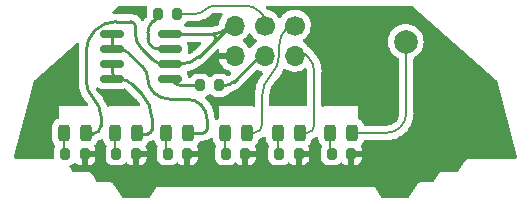
<source format=gbr>
%TF.GenerationSoftware,KiCad,Pcbnew,(6.0.5)*%
%TF.CreationDate,2022-07-13T10:20:42-06:00*%
%TF.ProjectId,modem,6d6f6465-6d2e-46b6-9963-61645f706362,rev?*%
%TF.SameCoordinates,Original*%
%TF.FileFunction,Copper,L2,Bot*%
%TF.FilePolarity,Positive*%
%FSLAX46Y46*%
G04 Gerber Fmt 4.6, Leading zero omitted, Abs format (unit mm)*
G04 Created by KiCad (PCBNEW (6.0.5)) date 2022-07-13 10:20:42*
%MOMM*%
%LPD*%
G01*
G04 APERTURE LIST*
G04 Aperture macros list*
%AMRoundRect*
0 Rectangle with rounded corners*
0 $1 Rounding radius*
0 $2 $3 $4 $5 $6 $7 $8 $9 X,Y pos of 4 corners*
0 Add a 4 corners polygon primitive as box body*
4,1,4,$2,$3,$4,$5,$6,$7,$8,$9,$2,$3,0*
0 Add four circle primitives for the rounded corners*
1,1,$1+$1,$2,$3*
1,1,$1+$1,$4,$5*
1,1,$1+$1,$6,$7*
1,1,$1+$1,$8,$9*
0 Add four rect primitives between the rounded corners*
20,1,$1+$1,$2,$3,$4,$5,0*
20,1,$1+$1,$4,$5,$6,$7,0*
20,1,$1+$1,$6,$7,$8,$9,0*
20,1,$1+$1,$8,$9,$2,$3,0*%
G04 Aperture macros list end*
%TA.AperFunction,SMDPad,CuDef*%
%ADD10RoundRect,0.150000X0.825000X0.150000X-0.825000X0.150000X-0.825000X-0.150000X0.825000X-0.150000X0*%
%TD*%
%TA.AperFunction,SMDPad,CuDef*%
%ADD11RoundRect,0.243750X-0.243750X-0.456250X0.243750X-0.456250X0.243750X0.456250X-0.243750X0.456250X0*%
%TD*%
%TA.AperFunction,ComponentPad*%
%ADD12O,1.700000X1.700000*%
%TD*%
%TA.AperFunction,ComponentPad*%
%ADD13C,1.700000*%
%TD*%
%TA.AperFunction,SMDPad,CuDef*%
%ADD14RoundRect,0.200000X-0.200000X-0.275000X0.200000X-0.275000X0.200000X0.275000X-0.200000X0.275000X0*%
%TD*%
%TA.AperFunction,SMDPad,CuDef*%
%ADD15C,2.000000*%
%TD*%
%TA.AperFunction,SMDPad,CuDef*%
%ADD16RoundRect,0.200000X0.200000X0.275000X-0.200000X0.275000X-0.200000X-0.275000X0.200000X-0.275000X0*%
%TD*%
%TA.AperFunction,ViaPad*%
%ADD17C,0.800000*%
%TD*%
%TA.AperFunction,Conductor*%
%ADD18C,0.254000*%
%TD*%
%TA.AperFunction,Conductor*%
%ADD19C,0.203200*%
%TD*%
G04 APERTURE END LIST*
D10*
%TO.P,Q1,1,S*%
%TO.N,+3V3*%
X143775000Y-53045000D03*
%TO.P,Q1,2,G*%
%TO.N,Net-(Q1-Pad2)*%
X143775000Y-54315000D03*
%TO.P,Q1,3,S*%
%TO.N,+3V3*%
X143775000Y-55585000D03*
%TO.P,Q1,4,G*%
%TO.N,Net-(Q1-Pad4)*%
X143775000Y-56855000D03*
%TO.P,Q1,5,D*%
%TO.N,Net-(D2-Pad2)*%
X138825000Y-56855000D03*
%TO.P,Q1,6,G*%
X138825000Y-55585000D03*
%TO.P,Q1,7,D*%
%TO.N,Net-(D3-Pad2)*%
X138825000Y-54315000D03*
%TO.P,Q1,8,G*%
X138825000Y-53045000D03*
%TD*%
D11*
%TO.P,D6,1,K*%
%TO.N,Net-(D6-Pad1)*%
X157302500Y-61400000D03*
%TO.P,D6,2,A*%
%TO.N,Net-(D6-Pad2)*%
X159177500Y-61400000D03*
%TD*%
%TO.P,D5,1,K*%
%TO.N,Net-(D5-Pad1)*%
X152852500Y-61400000D03*
%TO.P,D5,2,A*%
%TO.N,GPIO2*%
X154727500Y-61400000D03*
%TD*%
%TO.P,D4,1,K*%
%TO.N,Net-(D4-Pad1)*%
X148352500Y-61400000D03*
%TO.P,D4,2,A*%
%TO.N,GPIO1*%
X150227500Y-61400000D03*
%TD*%
%TO.P,D3,1,K*%
%TO.N,Net-(D3-Pad1)*%
X143412500Y-61400000D03*
%TO.P,D3,2,A*%
%TO.N,Net-(D3-Pad2)*%
X145287500Y-61400000D03*
%TD*%
%TO.P,D2,1,K*%
%TO.N,Net-(D2-Pad1)*%
X139082500Y-61400000D03*
%TO.P,D2,2,A*%
%TO.N,Net-(D2-Pad2)*%
X140957500Y-61400000D03*
%TD*%
%TO.P,D1,1,K*%
%TO.N,Net-(D1-Pad1)*%
X134742500Y-61400000D03*
%TO.P,D1,2,A*%
%TO.N,+3V3*%
X136617500Y-61400000D03*
%TD*%
D12*
%TO.P,X1,6,GPIO2*%
%TO.N,GPIO2*%
X154290000Y-54870000D03*
D13*
%TO.P,X1,5,GPIO1*%
%TO.N,GPIO1*%
X154290000Y-52330000D03*
D12*
%TO.P,X1,4,SCL*%
%TO.N,SCL*%
X151750000Y-54870000D03*
D13*
%TO.P,X1,3,SDA*%
%TO.N,SDA*%
X151750000Y-52330000D03*
D12*
%TO.P,X1,2,GND*%
%TO.N,GND*%
X149210000Y-54870000D03*
%TO.P,X1,1,VCC*%
%TO.N,+3V3*%
X149210000Y-52330000D03*
%TD*%
D14*
%TO.P,R2,1*%
%TO.N,Net-(D2-Pad1)*%
X139195000Y-63180000D03*
%TO.P,R2,2*%
%TO.N,GND*%
X140845000Y-63180000D03*
%TD*%
D15*
%TO.P,TP1,1,1*%
%TO.N,Net-(D6-Pad2)*%
X163700000Y-53690000D03*
%TD*%
D14*
%TO.P,R4,1*%
%TO.N,Net-(D4-Pad1)*%
X148465000Y-63180000D03*
%TO.P,R4,2*%
%TO.N,GND*%
X150115000Y-63180000D03*
%TD*%
D16*
%TO.P,R7,1*%
%TO.N,SCL*%
X147925000Y-57390000D03*
%TO.P,R7,2*%
%TO.N,Net-(Q1-Pad4)*%
X146275000Y-57390000D03*
%TD*%
D14*
%TO.P,R3,1*%
%TO.N,Net-(D3-Pad1)*%
X143525000Y-63180000D03*
%TO.P,R3,2*%
%TO.N,GND*%
X145175000Y-63180000D03*
%TD*%
%TO.P,R5,1*%
%TO.N,Net-(D5-Pad1)*%
X152965000Y-63180000D03*
%TO.P,R5,2*%
%TO.N,GND*%
X154615000Y-63180000D03*
%TD*%
D16*
%TO.P,R8,1*%
%TO.N,SDA*%
X144335000Y-51320000D03*
%TO.P,R8,2*%
%TO.N,Net-(Q1-Pad2)*%
X142685000Y-51320000D03*
%TD*%
D14*
%TO.P,R1,1*%
%TO.N,Net-(D1-Pad1)*%
X134855000Y-63180000D03*
%TO.P,R1,2*%
%TO.N,GND*%
X136505000Y-63180000D03*
%TD*%
%TO.P,R6,1*%
%TO.N,Net-(D6-Pad1)*%
X157415000Y-63180000D03*
%TO.P,R6,2*%
%TO.N,GND*%
X159065000Y-63180000D03*
%TD*%
D17*
%TO.N,GND*%
X156500000Y-53190000D03*
%TD*%
D18*
%TO.N,+3V3*%
X149210000Y-51970000D02*
X149180000Y-51940000D01*
X149210000Y-52330000D02*
X149210000Y-51970000D01*
%TO.N,SCL*%
X151720000Y-54840000D02*
X151720000Y-54480000D01*
X151750000Y-54870000D02*
X151720000Y-54840000D01*
%TO.N,GPIO2*%
X154260000Y-54840000D02*
X154260000Y-54480000D01*
X154290000Y-54870000D02*
X154260000Y-54840000D01*
%TO.N,GPIO1*%
X154192322Y-52232322D02*
X154192322Y-51957677D01*
X154290000Y-52330000D02*
X154192322Y-52232322D01*
%TO.N,SDA*%
X151720000Y-52300000D02*
X151720000Y-51940000D01*
X151750000Y-52330000D02*
X151720000Y-52300000D01*
%TO.N,Net-(Q1-Pad4)*%
X144688302Y-57389999D02*
G75*
G02*
X144042500Y-57122500I-2J913299D01*
G01*
D19*
%TO.N,Net-(D3-Pad1)*%
X143468735Y-63123765D02*
G75*
G02*
X143412500Y-62987950I135765J135765D01*
G01*
D18*
%TO.N,Net-(D3-Pad2)*%
X139370000Y-54310008D02*
G75*
G02*
X140291836Y-54691838I0J-1303692D01*
G01*
X143669533Y-58549986D02*
G75*
G02*
X142390000Y-58020000I-33J1809486D01*
G01*
X138827561Y-54312561D02*
G75*
G02*
X138825000Y-54311464I-1061J1061D01*
G01*
X142294879Y-57924861D02*
G75*
G02*
X141860000Y-56875000I1049821J1049861D01*
G01*
X146869985Y-60240035D02*
G75*
G03*
X146375000Y-59045000I-1689985J35D01*
G01*
X138827490Y-54312490D02*
G75*
G02*
X138833535Y-54310000I6010J-6010D01*
G01*
X145179964Y-58550015D02*
G75*
G02*
X146375000Y-59045000I36J-1689985D01*
G01*
X145321642Y-61419982D02*
G75*
G02*
X145297500Y-61410000I-42J34082D01*
G01*
X146779994Y-61329994D02*
G75*
G03*
X146870000Y-61112720I-217294J217294D01*
G01*
X141860012Y-56875000D02*
G75*
G03*
X141425129Y-55825129I-1484712J0D01*
G01*
X146562720Y-61420008D02*
G75*
G03*
X146780000Y-61330000I-20J307308D01*
G01*
D19*
%TO.N,Net-(D5-Pad1)*%
X152908735Y-63123765D02*
G75*
G02*
X152852500Y-62987950I135765J135765D01*
G01*
%TO.N,Net-(D4-Pad1)*%
X148408735Y-63123765D02*
G75*
G02*
X148352500Y-62987950I135765J135765D01*
G01*
%TO.N,Net-(D1-Pad1)*%
X134798735Y-63123765D02*
G75*
G02*
X134742500Y-62987950I135765J135765D01*
G01*
%TO.N,Net-(D6-Pad1)*%
X157358735Y-63123765D02*
G75*
G02*
X157302500Y-62987950I135765J135765D01*
G01*
%TO.N,Net-(D2-Pad1)*%
X139138735Y-63123765D02*
G75*
G02*
X139082500Y-62987950I135765J135765D01*
G01*
%TO.N,GPIO1*%
X152970004Y-54056812D02*
G75*
G02*
X153589999Y-52559999I2116796J12D01*
G01*
X150857157Y-61399953D02*
G75*
G03*
X151340000Y-61200000I43J682853D01*
G01*
X151539985Y-58271162D02*
G75*
G02*
X152255000Y-56545000I2441215J-38D01*
G01*
X154192313Y-51957668D02*
G75*
G02*
X154235000Y-51940000I42687J-42732D01*
G01*
X151340033Y-61200033D02*
G75*
G03*
X151540000Y-60717157I-482933J482833D01*
G01*
X152254989Y-56544989D02*
G75*
G03*
X152970000Y-54818837I-1726189J1726189D01*
G01*
%TO.N,SDA*%
X150132390Y-50640004D02*
G75*
G02*
X151255000Y-51105000I10J-1587596D01*
G01*
X146699990Y-50979990D02*
G75*
G02*
X147520832Y-50640000I820810J-820810D01*
G01*
X151720008Y-51755000D02*
G75*
G03*
X151589185Y-51439185I-446608J0D01*
G01*
X145879167Y-51319986D02*
G75*
G03*
X146700000Y-50980000I33J1160786D01*
G01*
D18*
%TO.N,SCL*%
X148367500Y-57389996D02*
G75*
G03*
X149122894Y-57077105I0J1068296D01*
G01*
%TO.N,Net-(Q1-Pad2)*%
X141859984Y-52943363D02*
G75*
G02*
X142272499Y-51947499I1408416J-37D01*
G01*
X142756231Y-54314987D02*
G75*
G02*
X142122500Y-54052500I-31J896187D01*
G01*
X142122491Y-54052509D02*
G75*
G02*
X141860000Y-53418768I633709J633709D01*
G01*
X142608981Y-51611008D02*
G75*
G03*
X142685000Y-51427500I-183481J183508D01*
G01*
D19*
%TO.N,Net-(D6-Pad2)*%
X162084106Y-61400002D02*
G75*
G03*
X163255000Y-60915000I-6J1655902D01*
G01*
X163740006Y-53758284D02*
G75*
G03*
X163720000Y-53710000I-68306J-16D01*
G01*
X163254998Y-60914998D02*
G75*
G03*
X163740000Y-59744106I-1170898J1170898D01*
G01*
%TO.N,GPIO2*%
X154595000Y-54480012D02*
G75*
G02*
X155166879Y-54716881I0J-808788D01*
G01*
X155949979Y-56221248D02*
G75*
G03*
X155439999Y-54990001I-1741179J48D01*
G01*
X155335441Y-61400017D02*
G75*
G03*
X155770000Y-61220000I-41J614617D01*
G01*
X155769988Y-61219988D02*
G75*
G03*
X155950000Y-60785441I-434588J434588D01*
G01*
D18*
%TO.N,+3V3*%
X136754068Y-61480013D02*
G75*
G02*
X136657500Y-61440000I32J136613D01*
G01*
X137869994Y-59976812D02*
G75*
G03*
X137249999Y-58480001I-2116794J12D01*
G01*
X140799985Y-52372634D02*
G75*
G03*
X140685000Y-52095000I-392585J34D01*
G01*
X137204228Y-61480011D02*
G75*
G03*
X137674999Y-61284999I-28J665811D01*
G01*
X137249996Y-58480004D02*
G75*
G02*
X136630000Y-56983187I1496804J1496804D01*
G01*
X137674992Y-61284992D02*
G75*
G03*
X137870000Y-60814228I-470792J470792D01*
G01*
X136629955Y-54540660D02*
G75*
G02*
X137380001Y-52730001I2560645J-40D01*
G01*
X143200000Y-55584992D02*
G75*
G02*
X142218413Y-55178413I0J1388192D01*
G01*
X140407365Y-51980015D02*
G75*
G02*
X140685000Y-52095000I35J-392585D01*
G01*
X137380032Y-52730032D02*
G75*
G02*
X139190660Y-51980000I1810668J-1810568D01*
G01*
X148627486Y-52492486D02*
G75*
G02*
X147293647Y-53045000I-1333886J1333886D01*
G01*
X147293647Y-53044888D02*
G75*
G02*
X147522499Y-53597499I-47J-323712D01*
G01*
X144655000Y-55585001D02*
G75*
G03*
X146157253Y-54962746I0J2124501D01*
G01*
X141348010Y-54308004D02*
G75*
G02*
X140800000Y-52985000I1322990J1323004D01*
G01*
X144350000Y-55585000D02*
X143200000Y-55585000D01*
X148627500Y-52492500D02*
X147522499Y-53597499D01*
%TO.N,Net-(D2-Pad2)*%
X139455000Y-56855000D02*
G75*
G02*
X138825000Y-56225000I0J630000D01*
G01*
X142094985Y-61374985D02*
G75*
G03*
X142190000Y-61145649I-229385J229385D01*
G01*
X141865649Y-61470020D02*
G75*
G03*
X142095000Y-61375000I-49J324420D01*
G01*
X139455000Y-56854985D02*
G75*
G02*
X140530476Y-57300478I0J-1520915D01*
G01*
X142189996Y-60120000D02*
G75*
G03*
X141369756Y-58139756I-2800496J0D01*
G01*
X141076997Y-61470001D02*
G75*
G02*
X140992500Y-61435000I3J119501D01*
G01*
%TO.N,Net-(D3-Pad2)*%
X138825000Y-54311464D02*
X138825000Y-53045000D01*
%TO.N,Net-(D2-Pad2)*%
X138825000Y-56225000D02*
X138825000Y-55585000D01*
%TO.N,+3V3*%
X136657500Y-61440000D02*
X136617500Y-61400000D01*
X136754068Y-61480000D02*
X137204228Y-61480000D01*
X137870000Y-59976812D02*
X137870000Y-60814228D01*
X136630000Y-56983187D02*
X136630000Y-54540660D01*
X140407365Y-51980000D02*
X139190660Y-51980000D01*
X140800000Y-52372634D02*
X140800000Y-52985000D01*
X142218413Y-55178413D02*
X141348007Y-54308007D01*
%TO.N,Net-(D3-Pad2)*%
X145297500Y-61410000D02*
X145287500Y-61400000D01*
X145321642Y-61420000D02*
X146562720Y-61420000D01*
X146870000Y-60240035D02*
X146870000Y-61112720D01*
X143669533Y-58550000D02*
X145179964Y-58550000D01*
X142390000Y-58020000D02*
X142294870Y-57924870D01*
X140291837Y-54691837D02*
X141425129Y-55825129D01*
X139370000Y-54310000D02*
X138833535Y-54310000D01*
%TO.N,Net-(D2-Pad2)*%
X140992500Y-61435000D02*
X140957500Y-61400000D01*
X142190000Y-61145649D02*
X142190000Y-60120000D01*
X141865649Y-61470000D02*
X141076997Y-61470000D01*
X140530477Y-57300477D02*
X141369756Y-58139756D01*
%TO.N,+3V3*%
X144350000Y-55585000D02*
X144655000Y-55585000D01*
X147522499Y-53597499D02*
X146157253Y-54962746D01*
X148627500Y-52492500D02*
X149180000Y-51940000D01*
X147293647Y-53045000D02*
X143775000Y-53045000D01*
%TO.N,SCL*%
X149122894Y-57077105D02*
X151720000Y-54480000D01*
X148367500Y-57390000D02*
X147925000Y-57390000D01*
%TO.N,Net-(Q1-Pad4)*%
X144042500Y-57122500D02*
X143775000Y-56855000D01*
X144688302Y-57390000D02*
X146275000Y-57390000D01*
%TO.N,Net-(Q1-Pad2)*%
X142756231Y-54315000D02*
X143775000Y-54315000D01*
X141860000Y-52943363D02*
X141860000Y-53418768D01*
X142272499Y-51947499D02*
X142608986Y-51611013D01*
X142685000Y-51427500D02*
X142685000Y-51320000D01*
D19*
%TO.N,SDA*%
X145879167Y-51320000D02*
X144335000Y-51320000D01*
X150132390Y-50640000D02*
X147520832Y-50640000D01*
X151255000Y-51105000D02*
X151589185Y-51439185D01*
X151720000Y-51755000D02*
X151720000Y-51940000D01*
%TO.N,GPIO1*%
X154235000Y-51940000D02*
X154260000Y-51940000D01*
X153589999Y-52559999D02*
X154192322Y-51957677D01*
X152970000Y-54056812D02*
X152970000Y-54818837D01*
X151540000Y-58271162D02*
X151540000Y-60717157D01*
X150857157Y-61400000D02*
X150227500Y-61400000D01*
%TO.N,GPIO2*%
X154595000Y-54480000D02*
X154260000Y-54480000D01*
X155166880Y-54716880D02*
X155440000Y-54990000D01*
X155950000Y-56221248D02*
X155950000Y-60785441D01*
X155335441Y-61400000D02*
X154727500Y-61400000D01*
%TO.N,Net-(D6-Pad2)*%
X163720000Y-53710000D02*
X163700000Y-53690000D01*
X163740000Y-53758284D02*
X163740000Y-59744106D01*
X162084106Y-61400000D02*
X159177500Y-61400000D01*
%TO.N,Net-(D1-Pad1)*%
X134742500Y-62987950D02*
X134742500Y-61400000D01*
X134798750Y-63123750D02*
X134855000Y-63180000D01*
%TO.N,Net-(D2-Pad1)*%
X139082500Y-62987950D02*
X139082500Y-61400000D01*
X139138750Y-63123750D02*
X139195000Y-63180000D01*
%TO.N,Net-(D3-Pad1)*%
X143468750Y-63123750D02*
X143525000Y-63180000D01*
X143412500Y-62987950D02*
X143412500Y-61400000D01*
%TO.N,Net-(D4-Pad1)*%
X148352500Y-62987950D02*
X148352500Y-61400000D01*
X148408750Y-63123750D02*
X148465000Y-63180000D01*
%TO.N,Net-(D5-Pad1)*%
X152908750Y-63123750D02*
X152965000Y-63180000D01*
X152852500Y-62987950D02*
X152852500Y-61400000D01*
%TO.N,Net-(D6-Pad1)*%
X157358750Y-63123750D02*
X157415000Y-63180000D01*
X157302500Y-62987950D02*
X157302500Y-61400000D01*
%TD*%
%TA.AperFunction,Conductor*%
%TO.N,GND*%
G36*
X164204569Y-50678502D02*
G01*
X164219138Y-50689430D01*
X171359717Y-56900209D01*
X171398920Y-56963370D01*
X173091867Y-63430371D01*
X173089768Y-63501336D01*
X173049636Y-63559902D01*
X172984211Y-63587473D01*
X172969974Y-63588280D01*
X169137379Y-63588280D01*
X169135048Y-63588258D01*
X169074909Y-63587145D01*
X169074908Y-63587145D01*
X169065933Y-63586979D01*
X169033602Y-63595788D01*
X169018340Y-63598948D01*
X168994042Y-63602427D01*
X168994039Y-63602428D01*
X168985156Y-63603700D01*
X168965382Y-63612691D01*
X168946352Y-63619559D01*
X168934061Y-63622908D01*
X168925399Y-63625268D01*
X168896828Y-63642804D01*
X168883086Y-63650110D01*
X168852561Y-63663988D01*
X168845763Y-63669845D01*
X168845762Y-63669846D01*
X168836110Y-63678163D01*
X168819771Y-63690097D01*
X168808908Y-63696764D01*
X168808905Y-63696767D01*
X168801258Y-63701460D01*
X168795235Y-63708112D01*
X168778760Y-63726307D01*
X168767607Y-63737189D01*
X168742216Y-63759067D01*
X168737333Y-63766601D01*
X168700235Y-63823836D01*
X168699833Y-63824453D01*
X168219125Y-64555985D01*
X168159998Y-64645963D01*
X168105872Y-64691908D01*
X168054698Y-64702768D01*
X166939221Y-64702768D01*
X166936430Y-64702587D01*
X166933699Y-64701827D01*
X166926188Y-64701924D01*
X166926183Y-64701924D01*
X166861918Y-64702757D01*
X166860286Y-64702768D01*
X166830952Y-64702768D01*
X166828497Y-64703120D01*
X166826075Y-64703221D01*
X166788053Y-64703714D01*
X166765589Y-64710600D01*
X166746530Y-64714858D01*
X166743240Y-64715329D01*
X166723278Y-64718188D01*
X166715112Y-64721901D01*
X166715108Y-64721902D01*
X166694371Y-64731331D01*
X166679149Y-64737097D01*
X166657374Y-64743772D01*
X166657373Y-64743773D01*
X166648792Y-64746403D01*
X166641294Y-64751336D01*
X166641290Y-64751338D01*
X166629167Y-64759314D01*
X166612070Y-64768751D01*
X166598855Y-64774760D01*
X166598853Y-64774761D01*
X166590683Y-64778476D01*
X166566621Y-64799209D01*
X166553637Y-64809009D01*
X166534613Y-64821525D01*
X166534609Y-64821528D01*
X166527109Y-64826463D01*
X166521293Y-64833307D01*
X166521292Y-64833308D01*
X166511901Y-64844359D01*
X166498135Y-64858220D01*
X166487137Y-64867696D01*
X166487135Y-64867699D01*
X166480338Y-64873555D01*
X166461448Y-64902699D01*
X166457779Y-64908048D01*
X166454636Y-64911746D01*
X166452094Y-64915893D01*
X166452091Y-64915897D01*
X166438937Y-64937355D01*
X166437263Y-64940010D01*
X166401113Y-64995783D01*
X166399584Y-65000894D01*
X166396796Y-65006104D01*
X166097996Y-65493556D01*
X166045342Y-65541181D01*
X165990572Y-65553707D01*
X165091682Y-65553707D01*
X165091070Y-65553706D01*
X165091054Y-65553706D01*
X165011340Y-65553319D01*
X164999222Y-65556799D01*
X164983308Y-65561369D01*
X164966395Y-65564990D01*
X164946406Y-65567853D01*
X164946403Y-65567854D01*
X164937513Y-65569127D01*
X164929342Y-65572842D01*
X164929339Y-65572843D01*
X164913777Y-65579919D01*
X164896404Y-65586323D01*
X164879975Y-65591041D01*
X164879971Y-65591043D01*
X164871341Y-65593521D01*
X164863752Y-65598323D01*
X164846695Y-65609115D01*
X164831479Y-65617338D01*
X164813092Y-65625698D01*
X164813089Y-65625700D01*
X164804918Y-65629415D01*
X164785162Y-65646437D01*
X164770293Y-65657455D01*
X164761724Y-65662877D01*
X164748252Y-65671401D01*
X164728969Y-65693290D01*
X164716678Y-65705447D01*
X164694573Y-65724494D01*
X164689693Y-65732023D01*
X164675779Y-65753489D01*
X164675175Y-65754353D01*
X164674271Y-65755380D01*
X164657246Y-65782076D01*
X164656744Y-65782855D01*
X164617875Y-65842823D01*
X164615348Y-65846722D01*
X164614871Y-65848317D01*
X164614102Y-65849724D01*
X163972167Y-66856271D01*
X163918673Y-66902950D01*
X163865933Y-66914519D01*
X161739006Y-66914519D01*
X161670885Y-66894517D01*
X161631593Y-66854385D01*
X161120000Y-66020000D01*
X150524022Y-66025697D01*
X142538117Y-66029990D01*
X142538116Y-66029990D01*
X142520000Y-66030000D01*
X142512590Y-66041997D01*
X142010607Y-66854731D01*
X141957792Y-66902177D01*
X141903406Y-66914519D01*
X139737676Y-66914519D01*
X139669555Y-66894517D01*
X139631442Y-66856271D01*
X138955937Y-65797086D01*
X138955609Y-65796570D01*
X138913133Y-65729249D01*
X138900152Y-65717784D01*
X138891271Y-65709941D01*
X138879123Y-65697628D01*
X138865962Y-65682315D01*
X138865961Y-65682315D01*
X138860108Y-65675504D01*
X138852582Y-65670612D01*
X138852579Y-65670610D01*
X138838243Y-65661293D01*
X138823499Y-65650087D01*
X138810686Y-65638771D01*
X138803958Y-65632829D01*
X138777550Y-65620431D01*
X138762436Y-65612023D01*
X138745506Y-65601019D01*
X138745505Y-65601019D01*
X138737979Y-65596127D01*
X138729384Y-65593545D01*
X138729380Y-65593543D01*
X138713011Y-65588625D01*
X138695719Y-65582010D01*
X138680233Y-65574740D01*
X138680231Y-65574739D01*
X138672109Y-65570926D01*
X138663243Y-65569545D01*
X138663238Y-65569544D01*
X138643281Y-65566436D01*
X138626418Y-65562609D01*
X138607079Y-65556799D01*
X138607072Y-65556798D01*
X138598481Y-65554217D01*
X138563929Y-65553962D01*
X138562875Y-65553917D01*
X138561523Y-65553707D01*
X138529838Y-65553707D01*
X138528909Y-65553704D01*
X138457468Y-65553177D01*
X138457465Y-65553177D01*
X138452827Y-65553143D01*
X138451225Y-65553599D01*
X138449622Y-65553707D01*
X137613065Y-65553707D01*
X137544944Y-65533705D01*
X137505635Y-65493546D01*
X137483036Y-65456670D01*
X137205823Y-65004338D01*
X137204534Y-65001893D01*
X137203764Y-64999198D01*
X137165451Y-64938442D01*
X137164601Y-64937075D01*
X137151585Y-64915838D01*
X137151583Y-64915836D01*
X137149243Y-64912017D01*
X137147680Y-64910132D01*
X137146339Y-64908136D01*
X137142897Y-64902678D01*
X137126069Y-64875992D01*
X137108428Y-64860405D01*
X137094852Y-64846392D01*
X137085560Y-64835180D01*
X137079833Y-64828270D01*
X137072396Y-64823245D01*
X137072392Y-64823241D01*
X137053558Y-64810514D01*
X137040675Y-64800537D01*
X137023645Y-64785489D01*
X137023637Y-64785484D01*
X137016917Y-64779546D01*
X136995615Y-64769538D01*
X136978653Y-64759901D01*
X136959145Y-64746719D01*
X136928948Y-64737054D01*
X136913778Y-64731092D01*
X136885083Y-64717611D01*
X136876211Y-64716227D01*
X136876209Y-64716227D01*
X136861836Y-64713986D01*
X136842840Y-64709494D01*
X136828968Y-64705054D01*
X136820420Y-64702318D01*
X136811449Y-64702091D01*
X136811448Y-64702091D01*
X136785702Y-64701440D01*
X136779263Y-64701108D01*
X136774501Y-64700366D01*
X136760432Y-64700362D01*
X136744485Y-64700358D01*
X136741336Y-64700318D01*
X136707165Y-64699455D01*
X136674808Y-64698637D01*
X136669682Y-64699996D01*
X136663818Y-64700339D01*
X136397539Y-64700275D01*
X135549040Y-64700071D01*
X135480924Y-64680053D01*
X135443782Y-64643285D01*
X135226103Y-64312152D01*
X135205398Y-64244241D01*
X135224694Y-64175917D01*
X135277866Y-64128872D01*
X135293712Y-64122704D01*
X135341450Y-64107744D01*
X135341452Y-64107743D01*
X135348699Y-64105472D01*
X135495381Y-64016639D01*
X135591259Y-63920761D01*
X135653571Y-63886735D01*
X135724386Y-63891800D01*
X135769449Y-63920761D01*
X135859557Y-64010869D01*
X135871426Y-64020176D01*
X136005012Y-64101079D01*
X136018757Y-64107285D01*
X136168644Y-64154256D01*
X136181694Y-64156869D01*
X136236586Y-64161913D01*
X136248124Y-64158525D01*
X136249329Y-64157135D01*
X136251000Y-64149452D01*
X136251000Y-64144884D01*
X136759000Y-64144884D01*
X136763475Y-64160123D01*
X136764865Y-64161328D01*
X136769294Y-64162291D01*
X136828315Y-64156868D01*
X136841351Y-64154257D01*
X136991243Y-64107285D01*
X137004988Y-64101079D01*
X137138574Y-64020176D01*
X137150443Y-64010869D01*
X137260869Y-63900443D01*
X137270176Y-63888574D01*
X137351079Y-63754988D01*
X137357285Y-63741243D01*
X137404256Y-63591356D01*
X137406869Y-63578306D01*
X137412734Y-63514479D01*
X137413000Y-63508691D01*
X137413000Y-63452115D01*
X137408525Y-63436876D01*
X137407135Y-63435671D01*
X137399452Y-63434000D01*
X136777115Y-63434000D01*
X136761876Y-63438475D01*
X136760671Y-63439865D01*
X136759000Y-63447548D01*
X136759000Y-64144884D01*
X136251000Y-64144884D01*
X136251000Y-63052000D01*
X136271002Y-62983879D01*
X136324658Y-62937386D01*
X136377000Y-62926000D01*
X137394884Y-62926000D01*
X137410123Y-62921525D01*
X137411328Y-62920135D01*
X137412999Y-62912452D01*
X137412999Y-62851295D01*
X137412736Y-62845546D01*
X137406868Y-62781685D01*
X137404257Y-62768649D01*
X137357285Y-62618757D01*
X137351080Y-62605015D01*
X137336384Y-62580749D01*
X137318205Y-62512119D01*
X137340015Y-62444556D01*
X137354987Y-62426459D01*
X137450446Y-62330833D01*
X137455617Y-62325653D01*
X137459458Y-62319422D01*
X137543821Y-62182559D01*
X137543822Y-62182558D01*
X137547661Y-62176329D01*
X137566382Y-62119887D01*
X137606813Y-62061527D01*
X137637754Y-62043147D01*
X137707914Y-62014084D01*
X137796829Y-61977252D01*
X137801048Y-61974667D01*
X137801053Y-61974664D01*
X137905590Y-61910603D01*
X137974123Y-61892064D01*
X138041800Y-61913520D01*
X138087133Y-61968159D01*
X138094818Y-61997622D01*
X138095218Y-61997536D01*
X138096673Y-62004273D01*
X138097384Y-62011129D01*
X138099563Y-62017660D01*
X138099564Y-62017665D01*
X138132866Y-62117482D01*
X138152898Y-62177526D01*
X138245203Y-62326689D01*
X138250385Y-62331862D01*
X138344544Y-62425857D01*
X138378623Y-62488139D01*
X138373620Y-62558960D01*
X138363302Y-62580301D01*
X138344528Y-62611301D01*
X138293247Y-62774938D01*
X138286500Y-62848365D01*
X138286501Y-63511634D01*
X138286764Y-63514492D01*
X138286764Y-63514501D01*
X138288225Y-63530401D01*
X138293247Y-63585062D01*
X138295246Y-63591440D01*
X138295246Y-63591441D01*
X138339325Y-63732095D01*
X138344528Y-63748699D01*
X138433361Y-63895381D01*
X138554619Y-64016639D01*
X138701301Y-64105472D01*
X138708548Y-64107743D01*
X138708550Y-64107744D01*
X138756288Y-64122704D01*
X138864938Y-64156753D01*
X138938365Y-64163500D01*
X138941263Y-64163500D01*
X139195665Y-64163499D01*
X139451634Y-64163499D01*
X139454492Y-64163236D01*
X139454501Y-64163236D01*
X139490004Y-64159974D01*
X139525062Y-64156753D01*
X139534871Y-64153679D01*
X139681450Y-64107744D01*
X139681452Y-64107743D01*
X139688699Y-64105472D01*
X139835381Y-64016639D01*
X139931259Y-63920761D01*
X139993571Y-63886735D01*
X140064386Y-63891800D01*
X140109449Y-63920761D01*
X140199557Y-64010869D01*
X140211426Y-64020176D01*
X140345012Y-64101079D01*
X140358757Y-64107285D01*
X140508644Y-64154256D01*
X140521694Y-64156869D01*
X140576586Y-64161913D01*
X140588124Y-64158525D01*
X140589329Y-64157135D01*
X140591000Y-64149452D01*
X140591000Y-64144884D01*
X141099000Y-64144884D01*
X141103475Y-64160123D01*
X141104865Y-64161328D01*
X141109294Y-64162291D01*
X141168315Y-64156868D01*
X141181351Y-64154257D01*
X141331243Y-64107285D01*
X141344988Y-64101079D01*
X141478574Y-64020176D01*
X141490443Y-64010869D01*
X141600869Y-63900443D01*
X141610176Y-63888574D01*
X141691079Y-63754988D01*
X141697285Y-63741243D01*
X141744256Y-63591356D01*
X141746869Y-63578306D01*
X141752734Y-63514479D01*
X141753000Y-63508691D01*
X141753000Y-63452115D01*
X141748525Y-63436876D01*
X141747135Y-63435671D01*
X141739452Y-63434000D01*
X141117115Y-63434000D01*
X141101876Y-63438475D01*
X141100671Y-63439865D01*
X141099000Y-63447548D01*
X141099000Y-64144884D01*
X140591000Y-64144884D01*
X140591000Y-63052000D01*
X140611002Y-62983879D01*
X140664658Y-62937386D01*
X140717000Y-62926000D01*
X141734884Y-62926000D01*
X141750123Y-62921525D01*
X141751328Y-62920135D01*
X141752999Y-62912452D01*
X141752999Y-62851295D01*
X141752736Y-62845546D01*
X141746868Y-62781685D01*
X141744257Y-62768649D01*
X141697285Y-62618757D01*
X141691080Y-62605015D01*
X141676384Y-62580749D01*
X141658205Y-62512119D01*
X141680015Y-62444556D01*
X141694987Y-62426459D01*
X141790446Y-62330833D01*
X141795617Y-62325653D01*
X141799458Y-62319422D01*
X141883821Y-62182559D01*
X141883822Y-62182558D01*
X141887661Y-62176329D01*
X141889618Y-62170428D01*
X141936236Y-62117482D01*
X141993611Y-62098407D01*
X142016344Y-62096615D01*
X142163232Y-62061334D01*
X142226710Y-62035035D01*
X142285073Y-62010855D01*
X142355662Y-62003260D01*
X142419152Y-62035035D01*
X142452823Y-62087383D01*
X142480578Y-62170573D01*
X142482898Y-62177526D01*
X142575203Y-62326689D01*
X142580385Y-62331862D01*
X142674544Y-62425857D01*
X142708623Y-62488139D01*
X142703620Y-62558960D01*
X142693302Y-62580301D01*
X142674528Y-62611301D01*
X142623247Y-62774938D01*
X142616500Y-62848365D01*
X142616501Y-63511634D01*
X142616764Y-63514492D01*
X142616764Y-63514501D01*
X142618225Y-63530401D01*
X142623247Y-63585062D01*
X142625246Y-63591440D01*
X142625246Y-63591441D01*
X142669325Y-63732095D01*
X142674528Y-63748699D01*
X142763361Y-63895381D01*
X142884619Y-64016639D01*
X143031301Y-64105472D01*
X143038548Y-64107743D01*
X143038550Y-64107744D01*
X143086288Y-64122704D01*
X143194938Y-64156753D01*
X143268365Y-64163500D01*
X143271263Y-64163500D01*
X143525665Y-64163499D01*
X143781634Y-64163499D01*
X143784492Y-64163236D01*
X143784501Y-64163236D01*
X143820004Y-64159974D01*
X143855062Y-64156753D01*
X143864871Y-64153679D01*
X144011450Y-64107744D01*
X144011452Y-64107743D01*
X144018699Y-64105472D01*
X144165381Y-64016639D01*
X144261259Y-63920761D01*
X144323571Y-63886735D01*
X144394386Y-63891800D01*
X144439449Y-63920761D01*
X144529557Y-64010869D01*
X144541426Y-64020176D01*
X144675012Y-64101079D01*
X144688757Y-64107285D01*
X144838644Y-64154256D01*
X144851694Y-64156869D01*
X144906586Y-64161913D01*
X144918124Y-64158525D01*
X144919329Y-64157135D01*
X144921000Y-64149452D01*
X144921000Y-64144884D01*
X145429000Y-64144884D01*
X145433475Y-64160123D01*
X145434865Y-64161328D01*
X145439294Y-64162291D01*
X145498315Y-64156868D01*
X145511351Y-64154257D01*
X145661243Y-64107285D01*
X145674988Y-64101079D01*
X145808574Y-64020176D01*
X145820443Y-64010869D01*
X145930869Y-63900443D01*
X145940176Y-63888574D01*
X146021079Y-63754988D01*
X146027285Y-63741243D01*
X146074256Y-63591356D01*
X146076869Y-63578306D01*
X146082734Y-63514479D01*
X146083000Y-63508691D01*
X146083000Y-63452115D01*
X146078525Y-63436876D01*
X146077135Y-63435671D01*
X146069452Y-63434000D01*
X145447115Y-63434000D01*
X145431876Y-63438475D01*
X145430671Y-63439865D01*
X145429000Y-63447548D01*
X145429000Y-64144884D01*
X144921000Y-64144884D01*
X144921000Y-63052000D01*
X144941002Y-62983879D01*
X144994658Y-62937386D01*
X145047000Y-62926000D01*
X146064884Y-62926000D01*
X146080123Y-62921525D01*
X146081328Y-62920135D01*
X146082999Y-62912452D01*
X146082999Y-62851295D01*
X146082736Y-62845546D01*
X146076868Y-62781685D01*
X146074257Y-62768649D01*
X146027285Y-62618757D01*
X146021080Y-62605015D01*
X146006384Y-62580749D01*
X145988205Y-62512119D01*
X146010015Y-62444556D01*
X146024987Y-62426459D01*
X146120446Y-62330833D01*
X146125617Y-62325653D01*
X146129458Y-62319422D01*
X146213821Y-62182559D01*
X146213822Y-62182558D01*
X146217661Y-62176329D01*
X146229103Y-62141832D01*
X146269534Y-62083472D01*
X146335098Y-62056236D01*
X146348696Y-62055500D01*
X146508601Y-62055500D01*
X146526346Y-62056756D01*
X146535574Y-62058069D01*
X146549355Y-62060029D01*
X146553482Y-62060072D01*
X146553485Y-62060072D01*
X146555447Y-62060092D01*
X146562762Y-62060168D01*
X146595239Y-62056236D01*
X146600493Y-62055600D01*
X146601581Y-62055500D01*
X146602703Y-62055500D01*
X146605708Y-62055121D01*
X146607728Y-62054935D01*
X146607959Y-62054920D01*
X146610326Y-62054678D01*
X146649857Y-62051564D01*
X146710692Y-62046772D01*
X146854980Y-62012125D01*
X146939162Y-61977252D01*
X146987495Y-61957230D01*
X146987499Y-61957228D01*
X146992071Y-61955334D01*
X146996285Y-61952751D01*
X146996290Y-61952749D01*
X147114376Y-61880383D01*
X147114379Y-61880381D01*
X147118592Y-61877799D01*
X147152023Y-61849246D01*
X147216810Y-61820215D01*
X147287010Y-61830819D01*
X147340333Y-61877693D01*
X147359180Y-61932054D01*
X147361968Y-61958929D01*
X147367384Y-62011129D01*
X147369563Y-62017660D01*
X147369564Y-62017665D01*
X147402866Y-62117482D01*
X147422898Y-62177526D01*
X147515203Y-62326689D01*
X147520385Y-62331862D01*
X147614544Y-62425857D01*
X147648623Y-62488139D01*
X147643620Y-62558960D01*
X147633302Y-62580301D01*
X147614528Y-62611301D01*
X147563247Y-62774938D01*
X147556500Y-62848365D01*
X147556501Y-63511634D01*
X147556764Y-63514492D01*
X147556764Y-63514501D01*
X147558225Y-63530401D01*
X147563247Y-63585062D01*
X147565246Y-63591440D01*
X147565246Y-63591441D01*
X147609325Y-63732095D01*
X147614528Y-63748699D01*
X147703361Y-63895381D01*
X147824619Y-64016639D01*
X147971301Y-64105472D01*
X147978548Y-64107743D01*
X147978550Y-64107744D01*
X148026288Y-64122704D01*
X148134938Y-64156753D01*
X148208365Y-64163500D01*
X148211263Y-64163500D01*
X148465665Y-64163499D01*
X148721634Y-64163499D01*
X148724492Y-64163236D01*
X148724501Y-64163236D01*
X148760004Y-64159974D01*
X148795062Y-64156753D01*
X148804871Y-64153679D01*
X148951450Y-64107744D01*
X148951452Y-64107743D01*
X148958699Y-64105472D01*
X149105381Y-64016639D01*
X149201259Y-63920761D01*
X149263571Y-63886735D01*
X149334386Y-63891800D01*
X149379449Y-63920761D01*
X149469557Y-64010869D01*
X149481426Y-64020176D01*
X149615012Y-64101079D01*
X149628757Y-64107285D01*
X149778644Y-64154256D01*
X149791694Y-64156869D01*
X149846586Y-64161913D01*
X149858124Y-64158525D01*
X149859329Y-64157135D01*
X149861000Y-64149452D01*
X149861000Y-64144884D01*
X150369000Y-64144884D01*
X150373475Y-64160123D01*
X150374865Y-64161328D01*
X150379294Y-64162291D01*
X150438315Y-64156868D01*
X150451351Y-64154257D01*
X150601243Y-64107285D01*
X150614988Y-64101079D01*
X150748574Y-64020176D01*
X150760443Y-64010869D01*
X150870869Y-63900443D01*
X150880176Y-63888574D01*
X150961079Y-63754988D01*
X150967285Y-63741243D01*
X151014256Y-63591356D01*
X151016869Y-63578306D01*
X151022734Y-63514479D01*
X151023000Y-63508691D01*
X151023000Y-63452115D01*
X151018525Y-63436876D01*
X151017135Y-63435671D01*
X151009452Y-63434000D01*
X150387115Y-63434000D01*
X150371876Y-63438475D01*
X150370671Y-63439865D01*
X150369000Y-63447548D01*
X150369000Y-64144884D01*
X149861000Y-64144884D01*
X149861000Y-63052000D01*
X149881002Y-62983879D01*
X149934658Y-62937386D01*
X149987000Y-62926000D01*
X151004884Y-62926000D01*
X151020123Y-62921525D01*
X151021328Y-62920135D01*
X151022999Y-62912452D01*
X151022999Y-62851295D01*
X151022736Y-62845546D01*
X151016868Y-62781685D01*
X151014257Y-62768649D01*
X150967285Y-62618757D01*
X150961080Y-62605015D01*
X150946384Y-62580749D01*
X150928205Y-62512119D01*
X150950015Y-62444556D01*
X150964987Y-62426459D01*
X151060446Y-62330833D01*
X151065617Y-62325653D01*
X151157661Y-62176329D01*
X151165059Y-62154027D01*
X151210352Y-62017472D01*
X151250783Y-61959112D01*
X151281735Y-61940727D01*
X151445903Y-61872743D01*
X151582731Y-61788912D01*
X151615202Y-61769018D01*
X151615204Y-61769017D01*
X151619429Y-61766428D01*
X151648682Y-61741449D01*
X151713472Y-61712425D01*
X151783671Y-61723037D01*
X151836989Y-61769917D01*
X151856501Y-61837269D01*
X151856501Y-61906230D01*
X151867384Y-62011129D01*
X151869563Y-62017660D01*
X151869564Y-62017665D01*
X151902866Y-62117482D01*
X151922898Y-62177526D01*
X152015203Y-62326689D01*
X152020385Y-62331862D01*
X152114544Y-62425857D01*
X152148623Y-62488139D01*
X152143620Y-62558960D01*
X152133302Y-62580301D01*
X152114528Y-62611301D01*
X152063247Y-62774938D01*
X152056500Y-62848365D01*
X152056501Y-63511634D01*
X152056764Y-63514492D01*
X152056764Y-63514501D01*
X152058225Y-63530401D01*
X152063247Y-63585062D01*
X152065246Y-63591440D01*
X152065246Y-63591441D01*
X152109325Y-63732095D01*
X152114528Y-63748699D01*
X152203361Y-63895381D01*
X152324619Y-64016639D01*
X152471301Y-64105472D01*
X152478548Y-64107743D01*
X152478550Y-64107744D01*
X152526288Y-64122704D01*
X152634938Y-64156753D01*
X152708365Y-64163500D01*
X152711263Y-64163500D01*
X152965665Y-64163499D01*
X153221634Y-64163499D01*
X153224492Y-64163236D01*
X153224501Y-64163236D01*
X153260004Y-64159974D01*
X153295062Y-64156753D01*
X153304871Y-64153679D01*
X153451450Y-64107744D01*
X153451452Y-64107743D01*
X153458699Y-64105472D01*
X153605381Y-64016639D01*
X153701259Y-63920761D01*
X153763571Y-63886735D01*
X153834386Y-63891800D01*
X153879449Y-63920761D01*
X153969557Y-64010869D01*
X153981426Y-64020176D01*
X154115012Y-64101079D01*
X154128757Y-64107285D01*
X154278644Y-64154256D01*
X154291694Y-64156869D01*
X154346586Y-64161913D01*
X154358124Y-64158525D01*
X154359329Y-64157135D01*
X154361000Y-64149452D01*
X154361000Y-64144884D01*
X154869000Y-64144884D01*
X154873475Y-64160123D01*
X154874865Y-64161328D01*
X154879294Y-64162291D01*
X154938315Y-64156868D01*
X154951351Y-64154257D01*
X155101243Y-64107285D01*
X155114988Y-64101079D01*
X155248574Y-64020176D01*
X155260443Y-64010869D01*
X155370869Y-63900443D01*
X155380176Y-63888574D01*
X155461079Y-63754988D01*
X155467285Y-63741243D01*
X155514256Y-63591356D01*
X155516869Y-63578306D01*
X155522734Y-63514479D01*
X155523000Y-63508691D01*
X155523000Y-63452115D01*
X155518525Y-63436876D01*
X155517135Y-63435671D01*
X155509452Y-63434000D01*
X154887115Y-63434000D01*
X154871876Y-63438475D01*
X154870671Y-63439865D01*
X154869000Y-63447548D01*
X154869000Y-64144884D01*
X154361000Y-64144884D01*
X154361000Y-63052000D01*
X154381002Y-62983879D01*
X154434658Y-62937386D01*
X154487000Y-62926000D01*
X155504884Y-62926000D01*
X155520123Y-62921525D01*
X155521328Y-62920135D01*
X155522999Y-62912452D01*
X155522999Y-62851295D01*
X155522736Y-62845546D01*
X155516868Y-62781685D01*
X155514257Y-62768649D01*
X155467285Y-62618757D01*
X155461080Y-62605015D01*
X155446384Y-62580749D01*
X155428205Y-62512119D01*
X155450015Y-62444556D01*
X155464987Y-62426459D01*
X155560446Y-62330833D01*
X155565617Y-62325653D01*
X155657661Y-62176329D01*
X155695421Y-62062488D01*
X155710722Y-62016357D01*
X155710722Y-62016355D01*
X155712885Y-62009835D01*
X155713481Y-62010033D01*
X155745000Y-61951900D01*
X155786137Y-61924324D01*
X155888582Y-61881886D01*
X155888586Y-61881884D01*
X155893158Y-61879990D01*
X155897372Y-61877408D01*
X155897377Y-61877405D01*
X156053294Y-61781855D01*
X156053297Y-61781853D01*
X156057510Y-61779271D01*
X156061272Y-61776058D01*
X156098670Y-61744117D01*
X156163460Y-61715086D01*
X156233660Y-61725691D01*
X156286983Y-61772566D01*
X156306501Y-61839928D01*
X156306501Y-61906230D01*
X156317384Y-62011129D01*
X156319563Y-62017660D01*
X156319564Y-62017665D01*
X156352866Y-62117482D01*
X156372898Y-62177526D01*
X156465203Y-62326689D01*
X156470385Y-62331862D01*
X156564544Y-62425857D01*
X156598623Y-62488139D01*
X156593620Y-62558960D01*
X156583302Y-62580301D01*
X156564528Y-62611301D01*
X156513247Y-62774938D01*
X156506500Y-62848365D01*
X156506501Y-63511634D01*
X156506764Y-63514492D01*
X156506764Y-63514501D01*
X156508225Y-63530401D01*
X156513247Y-63585062D01*
X156515246Y-63591440D01*
X156515246Y-63591441D01*
X156559325Y-63732095D01*
X156564528Y-63748699D01*
X156653361Y-63895381D01*
X156774619Y-64016639D01*
X156921301Y-64105472D01*
X156928548Y-64107743D01*
X156928550Y-64107744D01*
X156976288Y-64122704D01*
X157084938Y-64156753D01*
X157158365Y-64163500D01*
X157161263Y-64163500D01*
X157415665Y-64163499D01*
X157671634Y-64163499D01*
X157674492Y-64163236D01*
X157674501Y-64163236D01*
X157710004Y-64159974D01*
X157745062Y-64156753D01*
X157754871Y-64153679D01*
X157901450Y-64107744D01*
X157901452Y-64107743D01*
X157908699Y-64105472D01*
X158055381Y-64016639D01*
X158151259Y-63920761D01*
X158213571Y-63886735D01*
X158284386Y-63891800D01*
X158329449Y-63920761D01*
X158419557Y-64010869D01*
X158431426Y-64020176D01*
X158565012Y-64101079D01*
X158578757Y-64107285D01*
X158728644Y-64154256D01*
X158741694Y-64156869D01*
X158796586Y-64161913D01*
X158808124Y-64158525D01*
X158809329Y-64157135D01*
X158811000Y-64149452D01*
X158811000Y-64144884D01*
X159319000Y-64144884D01*
X159323475Y-64160123D01*
X159324865Y-64161328D01*
X159329294Y-64162291D01*
X159388315Y-64156868D01*
X159401351Y-64154257D01*
X159551243Y-64107285D01*
X159564988Y-64101079D01*
X159698574Y-64020176D01*
X159710443Y-64010869D01*
X159820869Y-63900443D01*
X159830176Y-63888574D01*
X159911079Y-63754988D01*
X159917285Y-63741243D01*
X159964256Y-63591356D01*
X159966869Y-63578306D01*
X159972734Y-63514479D01*
X159973000Y-63508691D01*
X159973000Y-63452115D01*
X159968525Y-63436876D01*
X159967135Y-63435671D01*
X159959452Y-63434000D01*
X159337115Y-63434000D01*
X159321876Y-63438475D01*
X159320671Y-63439865D01*
X159319000Y-63447548D01*
X159319000Y-64144884D01*
X158811000Y-64144884D01*
X158811000Y-63052000D01*
X158831002Y-62983879D01*
X158884658Y-62937386D01*
X158937000Y-62926000D01*
X159954884Y-62926000D01*
X159970123Y-62921525D01*
X159971328Y-62920135D01*
X159972999Y-62912452D01*
X159972999Y-62851295D01*
X159972736Y-62845546D01*
X159966868Y-62781685D01*
X159964257Y-62768649D01*
X159917285Y-62618757D01*
X159911080Y-62605015D01*
X159896384Y-62580749D01*
X159878205Y-62512119D01*
X159900015Y-62444556D01*
X159914987Y-62426459D01*
X160010446Y-62330833D01*
X160015617Y-62325653D01*
X160019458Y-62319422D01*
X160103821Y-62182559D01*
X160103822Y-62182558D01*
X160107661Y-62176329D01*
X160134162Y-62096432D01*
X160174591Y-62038073D01*
X160240155Y-62010836D01*
X160253754Y-62010100D01*
X162031779Y-62010100D01*
X162049531Y-62011357D01*
X162067151Y-62013865D01*
X162067158Y-62013866D01*
X162071237Y-62014446D01*
X162077288Y-62014509D01*
X162079973Y-62014538D01*
X162079979Y-62014538D01*
X162084108Y-62014581D01*
X162094108Y-62013371D01*
X162102151Y-62012659D01*
X162338218Y-61999401D01*
X162589133Y-61956768D01*
X162833697Y-61886310D01*
X163068834Y-61788912D01*
X163080134Y-61782667D01*
X163207226Y-61712425D01*
X163291587Y-61665800D01*
X163499156Y-61518522D01*
X163662311Y-61372718D01*
X163670615Y-61365911D01*
X163677078Y-61361058D01*
X163677080Y-61361057D01*
X163680378Y-61358580D01*
X163689574Y-61349574D01*
X163695847Y-61341574D01*
X163701035Y-61335380D01*
X163856162Y-61161795D01*
X163856164Y-61161792D01*
X163858521Y-61159155D01*
X164005799Y-60951586D01*
X164106214Y-60769898D01*
X164127202Y-60731924D01*
X164127204Y-60731919D01*
X164128910Y-60728833D01*
X164226308Y-60493696D01*
X164296766Y-60249133D01*
X164298255Y-60240374D01*
X164338807Y-60001702D01*
X164339399Y-59998218D01*
X164349129Y-59824962D01*
X164350825Y-59825057D01*
X164350342Y-59821180D01*
X164350100Y-59821180D01*
X164350100Y-59811211D01*
X164350298Y-59804148D01*
X164351668Y-59779746D01*
X164352728Y-59769049D01*
X164353865Y-59761062D01*
X164353865Y-59761059D01*
X164354446Y-59756979D01*
X164354581Y-59744108D01*
X164351876Y-59721749D01*
X164351012Y-59714613D01*
X164350100Y-59699477D01*
X164350100Y-55131393D01*
X164370102Y-55063272D01*
X164410264Y-55023961D01*
X164589416Y-54914176D01*
X164769969Y-54759969D01*
X164924176Y-54579416D01*
X164926755Y-54575208D01*
X164926759Y-54575202D01*
X165045654Y-54381183D01*
X165048240Y-54376963D01*
X165077516Y-54306286D01*
X165137211Y-54162167D01*
X165137212Y-54162165D01*
X165139105Y-54157594D01*
X165166634Y-54042926D01*
X165193380Y-53931524D01*
X165193381Y-53931518D01*
X165194535Y-53926711D01*
X165213165Y-53690000D01*
X165194535Y-53453289D01*
X165192144Y-53443327D01*
X165140260Y-53227218D01*
X165139105Y-53222406D01*
X165136923Y-53217137D01*
X165050135Y-53007611D01*
X165050133Y-53007607D01*
X165048240Y-53003037D01*
X165040163Y-52989857D01*
X164926759Y-52804798D01*
X164926755Y-52804792D01*
X164924176Y-52800584D01*
X164769969Y-52620031D01*
X164589416Y-52465824D01*
X164585208Y-52463245D01*
X164585202Y-52463241D01*
X164391183Y-52344346D01*
X164386963Y-52341760D01*
X164382393Y-52339867D01*
X164382389Y-52339865D01*
X164172167Y-52252789D01*
X164172165Y-52252788D01*
X164167594Y-52250895D01*
X164087391Y-52231640D01*
X163941524Y-52196620D01*
X163941518Y-52196619D01*
X163936711Y-52195465D01*
X163700000Y-52176835D01*
X163463289Y-52195465D01*
X163458482Y-52196619D01*
X163458476Y-52196620D01*
X163312609Y-52231640D01*
X163232406Y-52250895D01*
X163227835Y-52252788D01*
X163227833Y-52252789D01*
X163017611Y-52339865D01*
X163017607Y-52339867D01*
X163013037Y-52341760D01*
X163008817Y-52344346D01*
X162814798Y-52463241D01*
X162814792Y-52463245D01*
X162810584Y-52465824D01*
X162630031Y-52620031D01*
X162475824Y-52800584D01*
X162473245Y-52804792D01*
X162473241Y-52804798D01*
X162359837Y-52989857D01*
X162351760Y-53003037D01*
X162349867Y-53007607D01*
X162349865Y-53007611D01*
X162263077Y-53217137D01*
X162260895Y-53222406D01*
X162259740Y-53227218D01*
X162207857Y-53443327D01*
X162205465Y-53453289D01*
X162186835Y-53690000D01*
X162205465Y-53926711D01*
X162206619Y-53931518D01*
X162206620Y-53931524D01*
X162233366Y-54042926D01*
X162260895Y-54157594D01*
X162262788Y-54162165D01*
X162262789Y-54162167D01*
X162322485Y-54306286D01*
X162351760Y-54376963D01*
X162354346Y-54381183D01*
X162473241Y-54575202D01*
X162473245Y-54575208D01*
X162475824Y-54579416D01*
X162630031Y-54759969D01*
X162810584Y-54914176D01*
X162814792Y-54916755D01*
X162814798Y-54916759D01*
X162989734Y-55023960D01*
X163013037Y-55038240D01*
X163017607Y-55040133D01*
X163017611Y-55040135D01*
X163052118Y-55054428D01*
X163107399Y-55098977D01*
X163129900Y-55170837D01*
X163129900Y-59695632D01*
X163128822Y-59712079D01*
X163125453Y-59737668D01*
X163127038Y-59752026D01*
X163127411Y-59775731D01*
X163119394Y-59877598D01*
X163117802Y-59897821D01*
X163114712Y-59917334D01*
X163081026Y-60057644D01*
X163074922Y-60076426D01*
X163019707Y-60209728D01*
X163010733Y-60227339D01*
X162935348Y-60350355D01*
X162923728Y-60366349D01*
X162848579Y-60454337D01*
X162836395Y-60465898D01*
X162836455Y-60465959D01*
X162831024Y-60471277D01*
X162825001Y-60475899D01*
X162820254Y-60481824D01*
X162820251Y-60481827D01*
X162815969Y-60487172D01*
X162799467Y-60504200D01*
X162706348Y-60583731D01*
X162690357Y-60595350D01*
X162567333Y-60670740D01*
X162549735Y-60679707D01*
X162416431Y-60734923D01*
X162397636Y-60741030D01*
X162294717Y-60765739D01*
X162257344Y-60774711D01*
X162237816Y-60777804D01*
X162122484Y-60786881D01*
X162105669Y-60786441D01*
X162105668Y-60786523D01*
X162098066Y-60786444D01*
X162090540Y-60785453D01*
X162082995Y-60786286D01*
X162082993Y-60786286D01*
X162057155Y-60789139D01*
X162043328Y-60789900D01*
X160253750Y-60789900D01*
X160185629Y-60769898D01*
X160139136Y-60716242D01*
X160134226Y-60703776D01*
X160124932Y-60675916D01*
X160107102Y-60622474D01*
X160014797Y-60473311D01*
X159890653Y-60349383D01*
X159879901Y-60342755D01*
X159830368Y-60312223D01*
X159741329Y-60257339D01*
X159734380Y-60255034D01*
X159732750Y-60254274D01*
X159679465Y-60207357D01*
X159660000Y-60140079D01*
X159660000Y-59150000D01*
X156800000Y-59150000D01*
X156800000Y-59157794D01*
X156781325Y-59179346D01*
X156721599Y-59217730D01*
X156650602Y-59217730D01*
X156590876Y-59179347D01*
X156561383Y-59114766D01*
X156560100Y-59096834D01*
X156560100Y-56273593D01*
X156561358Y-56255836D01*
X156563865Y-56238228D01*
X156563867Y-56238206D01*
X156564446Y-56234136D01*
X156564511Y-56227892D01*
X156564538Y-56225391D01*
X156564538Y-56225387D01*
X156564581Y-56221265D01*
X156563580Y-56212992D01*
X156562867Y-56204937D01*
X156548983Y-55957581D01*
X156504750Y-55697212D01*
X156431642Y-55443433D01*
X156330579Y-55199436D01*
X156202832Y-54968289D01*
X156050006Y-54752899D01*
X155945542Y-54636002D01*
X155927539Y-54615857D01*
X155928733Y-54614790D01*
X155926191Y-54612808D01*
X155925905Y-54613094D01*
X155920302Y-54607491D01*
X155920236Y-54607406D01*
X155915698Y-54602607D01*
X155896767Y-54581423D01*
X155889972Y-54573134D01*
X155883580Y-54564622D01*
X155874574Y-54555426D01*
X155851197Y-54537096D01*
X155839848Y-54527037D01*
X155635276Y-54322464D01*
X155623620Y-54309032D01*
X155610445Y-54291487D01*
X155601439Y-54282290D01*
X155583626Y-54268324D01*
X155578294Y-54263902D01*
X155471287Y-54170066D01*
X155460584Y-54160680D01*
X155457154Y-54158388D01*
X155455681Y-54157258D01*
X155426593Y-54125735D01*
X155372822Y-54042617D01*
X155372820Y-54042614D01*
X155370014Y-54038277D01*
X155219670Y-53873051D01*
X155215619Y-53869852D01*
X155215615Y-53869848D01*
X155048414Y-53737800D01*
X155048410Y-53737798D01*
X155044359Y-53734598D01*
X155003053Y-53711796D01*
X154953084Y-53661364D01*
X154938312Y-53591921D01*
X154963428Y-53525516D01*
X154990780Y-53498909D01*
X155054737Y-53453289D01*
X155169860Y-53371173D01*
X155328096Y-53213489D01*
X155458453Y-53032077D01*
X155472806Y-53003037D01*
X155555136Y-52836453D01*
X155555137Y-52836451D01*
X155557430Y-52831811D01*
X155622370Y-52618069D01*
X155651529Y-52396590D01*
X155652264Y-52366511D01*
X155653074Y-52333365D01*
X155653074Y-52333361D01*
X155653156Y-52330000D01*
X155634852Y-52107361D01*
X155580431Y-51890702D01*
X155491354Y-51685840D01*
X155397976Y-51541500D01*
X155372822Y-51502617D01*
X155372820Y-51502614D01*
X155370014Y-51498277D01*
X155219670Y-51333051D01*
X155215619Y-51329852D01*
X155215615Y-51329848D01*
X155048414Y-51197800D01*
X155048410Y-51197798D01*
X155044359Y-51194598D01*
X154848789Y-51086638D01*
X154843920Y-51084914D01*
X154843916Y-51084912D01*
X154643087Y-51013795D01*
X154643083Y-51013794D01*
X154638212Y-51012069D01*
X154633119Y-51011162D01*
X154633116Y-51011161D01*
X154423373Y-50973800D01*
X154423367Y-50973799D01*
X154418284Y-50972894D01*
X154344452Y-50971992D01*
X154200081Y-50970228D01*
X154200079Y-50970228D01*
X154194911Y-50970165D01*
X153974091Y-51003955D01*
X153761756Y-51073357D01*
X153563607Y-51176507D01*
X153559474Y-51179610D01*
X153559471Y-51179612D01*
X153391323Y-51305861D01*
X153384965Y-51310635D01*
X153355543Y-51341423D01*
X153245755Y-51456310D01*
X153230629Y-51472138D01*
X153123201Y-51629621D01*
X153068293Y-51674621D01*
X152997768Y-51682792D01*
X152934021Y-51651538D01*
X152913324Y-51627054D01*
X152832822Y-51502617D01*
X152832820Y-51502614D01*
X152830014Y-51498277D01*
X152679670Y-51333051D01*
X152675619Y-51329852D01*
X152675615Y-51329848D01*
X152508414Y-51197800D01*
X152508410Y-51197798D01*
X152504359Y-51194598D01*
X152308789Y-51086638D01*
X152303920Y-51084914D01*
X152303916Y-51084912D01*
X152103081Y-51013793D01*
X152103079Y-51013792D01*
X152098212Y-51012069D01*
X152047979Y-51003121D01*
X151980981Y-50968169D01*
X151886407Y-50873595D01*
X151852381Y-50811283D01*
X151857446Y-50740468D01*
X151899993Y-50683632D01*
X151966513Y-50658821D01*
X151975502Y-50658500D01*
X164136448Y-50658500D01*
X164204569Y-50678502D01*
G37*
%TD.AperFunction*%
%TA.AperFunction,Conductor*%
G36*
X151123390Y-56079509D02*
G01*
X151142930Y-56088779D01*
X151156535Y-56096730D01*
X151156546Y-56096735D01*
X151161000Y-56099338D01*
X151369692Y-56179030D01*
X151492150Y-56203944D01*
X151554913Y-56237125D01*
X151589775Y-56298973D01*
X151585666Y-56369850D01*
X151568233Y-56402469D01*
X151441071Y-56573926D01*
X151439476Y-56576587D01*
X151439474Y-56576590D01*
X151318008Y-56779241D01*
X151286943Y-56831070D01*
X151158762Y-57102082D01*
X151057761Y-57384353D01*
X151057013Y-57387337D01*
X151057012Y-57387342D01*
X151006835Y-57587652D01*
X150984913Y-57675165D01*
X150940920Y-57971717D01*
X150940769Y-57974796D01*
X150940768Y-57974803D01*
X150934087Y-58110757D01*
X150930014Y-58193646D01*
X150928490Y-58193571D01*
X150928787Y-58195903D01*
X150929900Y-58195958D01*
X150929421Y-58205703D01*
X150927799Y-58238701D01*
X150926695Y-58250260D01*
X150925554Y-58258281D01*
X150925419Y-58271152D01*
X150925914Y-58275241D01*
X150925914Y-58275246D01*
X150928988Y-58300649D01*
X150929900Y-58315784D01*
X150929900Y-59062731D01*
X150909898Y-59130852D01*
X150856242Y-59177345D01*
X150785968Y-59187449D01*
X150721388Y-59157956D01*
X150720000Y-59156753D01*
X150720000Y-59150000D01*
X147860000Y-59150000D01*
X147860000Y-60144744D01*
X147839998Y-60212865D01*
X147789186Y-60257327D01*
X147787474Y-60257898D01*
X147699685Y-60312224D01*
X147631235Y-60331060D01*
X147563465Y-60309899D01*
X147517894Y-60255458D01*
X147507582Y-60212141D01*
X147507447Y-60209722D01*
X147494508Y-59979259D01*
X147461244Y-59783459D01*
X147451351Y-59725226D01*
X147451350Y-59725221D01*
X147450760Y-59721749D01*
X147378454Y-59470757D01*
X147377101Y-59467490D01*
X147377098Y-59467482D01*
X147279852Y-59232704D01*
X147278500Y-59229439D01*
X147152154Y-59000830D01*
X147001006Y-58787805D01*
X146852005Y-58621072D01*
X146845199Y-58612768D01*
X146839532Y-58605219D01*
X146839523Y-58605209D01*
X146837048Y-58601912D01*
X146827667Y-58592333D01*
X146818563Y-58585195D01*
X146812393Y-58580028D01*
X146744745Y-58519574D01*
X146707281Y-58459269D01*
X146708367Y-58388281D01*
X146747660Y-58329149D01*
X146768894Y-58315794D01*
X146768699Y-58315472D01*
X146819304Y-58284825D01*
X146915381Y-58226639D01*
X147010905Y-58131115D01*
X147073217Y-58097089D01*
X147144032Y-58102154D01*
X147189095Y-58131115D01*
X147284619Y-58226639D01*
X147431301Y-58315472D01*
X147438548Y-58317743D01*
X147438550Y-58317744D01*
X147474944Y-58329149D01*
X147594938Y-58366753D01*
X147668365Y-58373500D01*
X147671263Y-58373500D01*
X147925665Y-58373499D01*
X148181634Y-58373499D01*
X148184492Y-58373236D01*
X148184501Y-58373236D01*
X148220004Y-58369974D01*
X148255062Y-58366753D01*
X148261447Y-58364752D01*
X148411450Y-58317744D01*
X148411452Y-58317743D01*
X148418699Y-58315472D01*
X148565381Y-58226639D01*
X148686639Y-58105381D01*
X148733987Y-58027199D01*
X148786382Y-57979294D01*
X148807665Y-57971321D01*
X148809417Y-57970973D01*
X148980578Y-57912872D01*
X149017002Y-57900508D01*
X149017003Y-57900507D01*
X149020908Y-57899182D01*
X149221219Y-57800401D01*
X149406923Y-57676319D01*
X149504024Y-57591165D01*
X149508924Y-57587123D01*
X149515492Y-57583239D01*
X149529882Y-57568849D01*
X149535901Y-57563211D01*
X149543963Y-57556141D01*
X149551386Y-57550114D01*
X149562678Y-57541636D01*
X149562683Y-57541632D01*
X149565979Y-57539157D01*
X149570627Y-57534605D01*
X149572605Y-57532668D01*
X149572610Y-57532662D01*
X149575558Y-57529775D01*
X149594858Y-57505161D01*
X149604910Y-57493821D01*
X150990262Y-56108470D01*
X151052574Y-56074444D01*
X151123390Y-56079509D01*
G37*
%TD.AperFunction*%
%TA.AperFunction,Conductor*%
G36*
X146304695Y-53700502D02*
G01*
X146351188Y-53754158D01*
X146361292Y-53824432D01*
X146331798Y-53889012D01*
X146325670Y-53895595D01*
X145743348Y-54477918D01*
X145730956Y-54488785D01*
X145709350Y-54505364D01*
X145699465Y-54517703D01*
X145698146Y-54519349D01*
X145682891Y-54535299D01*
X145567655Y-54636359D01*
X145554582Y-54646390D01*
X145443020Y-54720935D01*
X145375269Y-54742149D01*
X145306802Y-54723366D01*
X145259358Y-54670550D01*
X145248001Y-54600467D01*
X145252022Y-54581017D01*
X145253767Y-54575011D01*
X145253768Y-54575007D01*
X145255562Y-54568831D01*
X145256386Y-54558371D01*
X145258307Y-54533958D01*
X145258307Y-54533950D01*
X145258500Y-54531502D01*
X145258500Y-54098498D01*
X145255562Y-54061169D01*
X145214380Y-53919417D01*
X145211357Y-53909012D01*
X145211356Y-53909010D01*
X145209145Y-53901399D01*
X145190953Y-53870638D01*
X145173494Y-53801822D01*
X145196011Y-53734491D01*
X145251356Y-53690022D01*
X145299407Y-53680500D01*
X146236574Y-53680500D01*
X146304695Y-53700502D01*
G37*
%TD.AperFunction*%
%TA.AperFunction,Conductor*%
G36*
X150562026Y-53005144D02*
G01*
X150589875Y-53036994D01*
X150649987Y-53135088D01*
X150796250Y-53303938D01*
X150968126Y-53446632D01*
X150987962Y-53458223D01*
X151041445Y-53489476D01*
X151090169Y-53541114D01*
X151103240Y-53610897D01*
X151076509Y-53676669D01*
X151036055Y-53710027D01*
X151023607Y-53716507D01*
X151019474Y-53719610D01*
X151019471Y-53719612D01*
X150907157Y-53803940D01*
X150844965Y-53850635D01*
X150690629Y-54012138D01*
X150687715Y-54016410D01*
X150687714Y-54016411D01*
X150582898Y-54170066D01*
X150527987Y-54215069D01*
X150457462Y-54223240D01*
X150393715Y-54191986D01*
X150373018Y-54167502D01*
X150292426Y-54042926D01*
X150286136Y-54034757D01*
X150142806Y-53877240D01*
X150135273Y-53870215D01*
X149968139Y-53738222D01*
X149959556Y-53732520D01*
X149922602Y-53712120D01*
X149872631Y-53661687D01*
X149857859Y-53592245D01*
X149882975Y-53525839D01*
X149910327Y-53499232D01*
X149933797Y-53482491D01*
X150089860Y-53371173D01*
X150248096Y-53213489D01*
X150378453Y-53032077D01*
X150379776Y-53033028D01*
X150426645Y-52989857D01*
X150496580Y-52977625D01*
X150562026Y-53005144D01*
G37*
%TD.AperFunction*%
%TD*%
%TA.AperFunction,NonConductor*%
G36*
X141760203Y-50678502D02*
G01*
X141806696Y-50732158D01*
X141816800Y-50802432D01*
X141812316Y-50822179D01*
X141783247Y-50914938D01*
X141776500Y-50988365D01*
X141776501Y-51264282D01*
X141776501Y-51497392D01*
X141756499Y-51565513D01*
X141744451Y-51581352D01*
X141670254Y-51664378D01*
X141670250Y-51664383D01*
X141667889Y-51667025D01*
X141665840Y-51669913D01*
X141665839Y-51669914D01*
X141654810Y-51685458D01*
X141535048Y-51854244D01*
X141533339Y-51857337D01*
X141533336Y-51857341D01*
X141526118Y-51870400D01*
X141475659Y-51920344D01*
X141406209Y-51935080D01*
X141339816Y-51909929D01*
X141308406Y-51875280D01*
X141244311Y-51770679D01*
X141244308Y-51770675D01*
X141241721Y-51766453D01*
X141172526Y-51685434D01*
X141167606Y-51679293D01*
X141147048Y-51651912D01*
X141137667Y-51642333D01*
X141134425Y-51639791D01*
X141134414Y-51639781D01*
X141111823Y-51622067D01*
X141107742Y-51618727D01*
X141047361Y-51567158D01*
X141013547Y-51538279D01*
X140875551Y-51453720D01*
X140870978Y-51451826D01*
X140870974Y-51451824D01*
X140800788Y-51422756D01*
X140726026Y-51391793D01*
X140721207Y-51390636D01*
X140721206Y-51390636D01*
X140639473Y-51371019D01*
X140568653Y-51354021D01*
X140516221Y-51349898D01*
X140496563Y-51346627D01*
X140495321Y-51346470D01*
X140487647Y-51344500D01*
X140461477Y-51344500D01*
X140443735Y-51343245D01*
X140441365Y-51342908D01*
X140420715Y-51339971D01*
X140416598Y-51339928D01*
X140416594Y-51339928D01*
X140413685Y-51339898D01*
X140407308Y-51339832D01*
X140401355Y-51340553D01*
X140376311Y-51343586D01*
X140361162Y-51344500D01*
X139244795Y-51344500D01*
X139227044Y-51343243D01*
X139208144Y-51340553D01*
X139208135Y-51340552D01*
X139204057Y-51339972D01*
X139197989Y-51339909D01*
X139194778Y-51339875D01*
X139194776Y-51339875D01*
X139190650Y-51339832D01*
X139183788Y-51340662D01*
X139174845Y-51341422D01*
X138988525Y-51350579D01*
X138919505Y-51333945D01*
X138870435Y-51282636D01*
X138856894Y-51212943D01*
X138883181Y-51146992D01*
X138899488Y-51129803D01*
X139403876Y-50689572D01*
X139468350Y-50659848D01*
X139486729Y-50658500D01*
X141692082Y-50658500D01*
X141760203Y-50678502D01*
G37*
%TD.AperFunction*%
%TA.AperFunction,NonConductor*%
G36*
X148136244Y-51270102D02*
G01*
X148182737Y-51323758D01*
X148192841Y-51394032D01*
X148159218Y-51463150D01*
X148150629Y-51472138D01*
X148147720Y-51476403D01*
X148147714Y-51476411D01*
X148087667Y-51564437D01*
X148024743Y-51656680D01*
X147977715Y-51757993D01*
X147958771Y-51798806D01*
X147930688Y-51859305D01*
X147870989Y-52074570D01*
X147862793Y-52151268D01*
X147857173Y-52203854D01*
X147830045Y-52269463D01*
X147780106Y-52306873D01*
X147689328Y-52344476D01*
X147670524Y-52350586D01*
X147498949Y-52391780D01*
X147479422Y-52394873D01*
X147336677Y-52406111D01*
X147315374Y-52405443D01*
X147315341Y-52405870D01*
X147311246Y-52405558D01*
X147307147Y-52404974D01*
X147300623Y-52404905D01*
X147300335Y-52404867D01*
X147300047Y-52404899D01*
X147293740Y-52404832D01*
X147262648Y-52408590D01*
X147247529Y-52409500D01*
X145097950Y-52409500D01*
X145029829Y-52389498D01*
X145018915Y-52380702D01*
X145018675Y-52381011D01*
X145012416Y-52376156D01*
X145006807Y-52370547D01*
X144991225Y-52361332D01*
X144942773Y-52309441D01*
X144930067Y-52239590D01*
X144957142Y-52173959D01*
X144973542Y-52157753D01*
X144975381Y-52156639D01*
X145096639Y-52035381D01*
X145123621Y-51990828D01*
X145176016Y-51942923D01*
X145231396Y-51930100D01*
X145826829Y-51930100D01*
X145844586Y-51931358D01*
X145862183Y-51933863D01*
X145862184Y-51933863D01*
X145866279Y-51934446D01*
X145873022Y-51934517D01*
X145875024Y-51934538D01*
X145875028Y-51934538D01*
X145879150Y-51934581D01*
X145883244Y-51934086D01*
X145883256Y-51934085D01*
X145888258Y-51933480D01*
X145895149Y-51932838D01*
X146106671Y-51918980D01*
X146106677Y-51918979D01*
X146110801Y-51918709D01*
X146338490Y-51873424D01*
X146342395Y-51872099D01*
X146342397Y-51872098D01*
X146554408Y-51800134D01*
X146554410Y-51800133D01*
X146558320Y-51798806D01*
X146665773Y-51745818D01*
X146762830Y-51697956D01*
X146762835Y-51697953D01*
X146766528Y-51696132D01*
X146774823Y-51690590D01*
X146956125Y-51569449D01*
X146959554Y-51567158D01*
X147107170Y-51437704D01*
X147114566Y-51431698D01*
X147125378Y-51423580D01*
X147129780Y-51419269D01*
X147129999Y-51419101D01*
X147130172Y-51418885D01*
X147134574Y-51414574D01*
X147138765Y-51409229D01*
X147157983Y-51389577D01*
X147205262Y-51350778D01*
X147225792Y-51337061D01*
X147299120Y-51297867D01*
X147321941Y-51288414D01*
X147401497Y-51264282D01*
X147425724Y-51259463D01*
X147483389Y-51253785D01*
X147499245Y-51254045D01*
X147499251Y-51253475D01*
X147506844Y-51253555D01*
X147514379Y-51254547D01*
X147547775Y-51250861D01*
X147561598Y-51250100D01*
X148068123Y-51250100D01*
X148136244Y-51270102D01*
G37*
%TD.AperFunction*%
%TA.AperFunction,NonConductor*%
G36*
X147845572Y-54277325D02*
G01*
X147902408Y-54319872D01*
X147927219Y-54386392D01*
X147922957Y-54429053D01*
X147874389Y-54604183D01*
X147875912Y-54612607D01*
X147888292Y-54616000D01*
X149338000Y-54616000D01*
X149406121Y-54636002D01*
X149452614Y-54689658D01*
X149464000Y-54742000D01*
X149464000Y-54998000D01*
X149443998Y-55066121D01*
X149390342Y-55112614D01*
X149338000Y-55124000D01*
X147893225Y-55124000D01*
X147879694Y-55127973D01*
X147878257Y-55137966D01*
X147908565Y-55272446D01*
X147911645Y-55282275D01*
X147991770Y-55479603D01*
X147996413Y-55488794D01*
X148107694Y-55670388D01*
X148113777Y-55678699D01*
X148253213Y-55839667D01*
X148260580Y-55846883D01*
X148424434Y-55982916D01*
X148432881Y-55988831D01*
X148616756Y-56096279D01*
X148626042Y-56100729D01*
X148825001Y-56176703D01*
X148834902Y-56179580D01*
X148843412Y-56181311D01*
X148906178Y-56214491D01*
X148941042Y-56276338D01*
X148936934Y-56347216D01*
X148907389Y-56393877D01*
X148745738Y-56555528D01*
X148683426Y-56589554D01*
X148612611Y-56584489D01*
X148577766Y-56562095D01*
X148576728Y-56563419D01*
X148570757Y-56558737D01*
X148565381Y-56553361D01*
X148418699Y-56464528D01*
X148411452Y-56462257D01*
X148411450Y-56462256D01*
X148313945Y-56431700D01*
X148255062Y-56413247D01*
X148181635Y-56406500D01*
X148178737Y-56406500D01*
X147924335Y-56406501D01*
X147668366Y-56406501D01*
X147665508Y-56406764D01*
X147665499Y-56406764D01*
X147629996Y-56410026D01*
X147594938Y-56413247D01*
X147588560Y-56415246D01*
X147588559Y-56415246D01*
X147438550Y-56462256D01*
X147438548Y-56462257D01*
X147431301Y-56464528D01*
X147284619Y-56553361D01*
X147189095Y-56648885D01*
X147126783Y-56682911D01*
X147055968Y-56677846D01*
X147010905Y-56648885D01*
X146915381Y-56553361D01*
X146768699Y-56464528D01*
X146761452Y-56462257D01*
X146761450Y-56462256D01*
X146663945Y-56431700D01*
X146605062Y-56413247D01*
X146531635Y-56406500D01*
X146528737Y-56406500D01*
X146274335Y-56406501D01*
X146018366Y-56406501D01*
X146015508Y-56406764D01*
X146015499Y-56406764D01*
X145979996Y-56410026D01*
X145944938Y-56413247D01*
X145938560Y-56415246D01*
X145938559Y-56415246D01*
X145788550Y-56462256D01*
X145788548Y-56462257D01*
X145781301Y-56464528D01*
X145634619Y-56553361D01*
X145513361Y-56674619D01*
X145504243Y-56689676D01*
X145501762Y-56693772D01*
X145449364Y-56741678D01*
X145393986Y-56754500D01*
X145384103Y-56754500D01*
X145315982Y-56734498D01*
X145269489Y-56680842D01*
X145258491Y-56638386D01*
X145257022Y-56619719D01*
X145255562Y-56601169D01*
X145223107Y-56489457D01*
X145211357Y-56449012D01*
X145211356Y-56449010D01*
X145209145Y-56441399D01*
X145153735Y-56347707D01*
X145136277Y-56278893D01*
X145158794Y-56211562D01*
X145214138Y-56167092D01*
X145231573Y-56161347D01*
X145305715Y-56142775D01*
X145454156Y-56105593D01*
X145454171Y-56105588D01*
X145457155Y-56104841D01*
X145460052Y-56103804D01*
X145460060Y-56103802D01*
X145598777Y-56054168D01*
X145712484Y-56013483D01*
X145715267Y-56012167D01*
X145715276Y-56012163D01*
X145954846Y-55898854D01*
X145954849Y-55898852D01*
X145957628Y-55897538D01*
X146150258Y-55782079D01*
X146187577Y-55759711D01*
X146187578Y-55759711D01*
X146190228Y-55758122D01*
X146308523Y-55670388D01*
X146405556Y-55598423D01*
X146405559Y-55598420D01*
X146408042Y-55596579D01*
X146547215Y-55470439D01*
X146548452Y-55471804D01*
X146550339Y-55469367D01*
X146549852Y-55468880D01*
X146556525Y-55462207D01*
X146560986Y-55457959D01*
X146579941Y-55440779D01*
X146588894Y-55433388D01*
X146597038Y-55427274D01*
X146597042Y-55427271D01*
X146600342Y-55424793D01*
X146609921Y-55415412D01*
X146629209Y-55390813D01*
X146639268Y-55379464D01*
X147148903Y-54869829D01*
X147712445Y-54306286D01*
X147774757Y-54272261D01*
X147845572Y-54277325D01*
G37*
%TD.AperFunction*%
%TA.AperFunction,NonConductor*%
G36*
X155259854Y-55937457D02*
G01*
X155308888Y-55988801D01*
X155319458Y-56017210D01*
X155323643Y-56034646D01*
X155326734Y-56054163D01*
X155330084Y-56096731D01*
X155336868Y-56182961D01*
X155336430Y-56199665D01*
X155336525Y-56199666D01*
X155336445Y-56207260D01*
X155335453Y-56214795D01*
X155337304Y-56231564D01*
X155339139Y-56248191D01*
X155339900Y-56262014D01*
X155339900Y-59024848D01*
X155319898Y-59092969D01*
X155266242Y-59139462D01*
X155210000Y-59147548D01*
X155210000Y-59150000D01*
X152350000Y-59150000D01*
X152350000Y-59155319D01*
X152325842Y-59162412D01*
X152311595Y-59171568D01*
X152240599Y-59171566D01*
X152180874Y-59133181D01*
X152151382Y-59068600D01*
X152150100Y-59050671D01*
X152150100Y-58319644D01*
X152151178Y-58303196D01*
X152153556Y-58285138D01*
X152153556Y-58285134D01*
X152154547Y-58277608D01*
X152152698Y-58260855D01*
X152152208Y-58238796D01*
X152165214Y-58040412D01*
X152167365Y-58024073D01*
X152210873Y-57805352D01*
X152215137Y-57789440D01*
X152276013Y-57610110D01*
X152286821Y-57578271D01*
X152293128Y-57563045D01*
X152381250Y-57384353D01*
X152391766Y-57363030D01*
X152399993Y-57348780D01*
X152523899Y-57163342D01*
X152533928Y-57150274D01*
X152658143Y-57008633D01*
X152674060Y-56993880D01*
X152673946Y-56993747D01*
X152677079Y-56991057D01*
X152680378Y-56988580D01*
X152684780Y-56984269D01*
X152684999Y-56984101D01*
X152685172Y-56983885D01*
X152689574Y-56979574D01*
X152693853Y-56974117D01*
X152699644Y-56967250D01*
X152888255Y-56759150D01*
X152890328Y-56756863D01*
X153037270Y-56558737D01*
X153067083Y-56518539D01*
X153067084Y-56518537D01*
X153068917Y-56516066D01*
X153188149Y-56317142D01*
X153221457Y-56261571D01*
X153221458Y-56261568D01*
X153223044Y-56258923D01*
X153224362Y-56256137D01*
X153224366Y-56256129D01*
X153297652Y-56101180D01*
X153327051Y-56039023D01*
X153374257Y-55985996D01*
X153442639Y-55966908D01*
X153507436Y-55987813D01*
X153508126Y-55986632D01*
X153701000Y-56099338D01*
X153909692Y-56179030D01*
X153914760Y-56180061D01*
X153914763Y-56180062D01*
X154021644Y-56201807D01*
X154128597Y-56223567D01*
X154133772Y-56223757D01*
X154133774Y-56223757D01*
X154346673Y-56231564D01*
X154346677Y-56231564D01*
X154351837Y-56231753D01*
X154356957Y-56231097D01*
X154356959Y-56231097D01*
X154568288Y-56204025D01*
X154568289Y-56204025D01*
X154573416Y-56203368D01*
X154578619Y-56201807D01*
X154782429Y-56140661D01*
X154782434Y-56140659D01*
X154787384Y-56139174D01*
X154987994Y-56040896D01*
X155123772Y-55944047D01*
X155190845Y-55920773D01*
X155259854Y-55937457D01*
G37*
%TD.AperFunction*%
%TA.AperFunction,NonConductor*%
G36*
X137641164Y-57557823D02*
G01*
X137736399Y-57614145D01*
X137744010Y-57616356D01*
X137744012Y-57616357D01*
X137796231Y-57631528D01*
X137896169Y-57660562D01*
X137902574Y-57661066D01*
X137902579Y-57661067D01*
X137931042Y-57663307D01*
X137931050Y-57663307D01*
X137933498Y-57663500D01*
X139716502Y-57663500D01*
X139718950Y-57663307D01*
X139718958Y-57663307D01*
X139747418Y-57661067D01*
X139747421Y-57661067D01*
X139753831Y-57660562D01*
X139760007Y-57658768D01*
X139760011Y-57658767D01*
X139827785Y-57639077D01*
X139851752Y-57632114D01*
X139922747Y-57632317D01*
X139952741Y-57645680D01*
X139966996Y-57654416D01*
X139982990Y-57666037D01*
X140032217Y-57708082D01*
X140050675Y-57723847D01*
X140051034Y-57724154D01*
X140063142Y-57736915D01*
X140063144Y-57736913D01*
X140068459Y-57742340D01*
X140073083Y-57748367D01*
X140079012Y-57753117D01*
X140100628Y-57770436D01*
X140110941Y-57779673D01*
X140884924Y-58553657D01*
X140895791Y-58566049D01*
X140906502Y-58580007D01*
X140912372Y-58587657D01*
X140918296Y-58592403D01*
X140918299Y-58592406D01*
X140927807Y-58600023D01*
X140942977Y-58614398D01*
X141077449Y-58764873D01*
X141086259Y-58775920D01*
X141210546Y-58951088D01*
X141233652Y-59018219D01*
X141216797Y-59087186D01*
X141165331Y-59136092D01*
X141107785Y-59150000D01*
X138590000Y-59150000D01*
X138590000Y-59157793D01*
X138584938Y-59163635D01*
X138525212Y-59202018D01*
X138454215Y-59202018D01*
X138394489Y-59163634D01*
X138371079Y-59123570D01*
X138370297Y-59121384D01*
X138299057Y-58922280D01*
X138183436Y-58677818D01*
X138044411Y-58445867D01*
X138024481Y-58418994D01*
X137885166Y-58231149D01*
X137885163Y-58231145D01*
X137883319Y-58228659D01*
X137728107Y-58057409D01*
X137720709Y-58048448D01*
X137714752Y-58040514D01*
X137712048Y-58036912D01*
X137707562Y-58032331D01*
X137707383Y-58032098D01*
X137707153Y-58031914D01*
X137702667Y-58027333D01*
X137699423Y-58024790D01*
X137699417Y-58024784D01*
X137692051Y-58019008D01*
X137675065Y-58002931D01*
X137577051Y-57891167D01*
X137567018Y-57878092D01*
X137472262Y-57736279D01*
X137451047Y-57668526D01*
X137469830Y-57600059D01*
X137522648Y-57552616D01*
X137592730Y-57541259D01*
X137641164Y-57557823D01*
G37*
%TD.AperFunction*%
%TA.AperFunction,NonConductor*%
G36*
X135981037Y-53774804D02*
G01*
X136034859Y-53821105D01*
X136055105Y-53889153D01*
X136052711Y-53913908D01*
X136052099Y-53916353D01*
X136051646Y-53919408D01*
X136051644Y-53919417D01*
X136006570Y-54223240D01*
X136006014Y-54226991D01*
X136005863Y-54230072D01*
X136005862Y-54230078D01*
X135998644Y-54376963D01*
X135994555Y-54460164D01*
X135993088Y-54460092D01*
X135993233Y-54461221D01*
X135994500Y-54461283D01*
X135994011Y-54471224D01*
X135994011Y-54471225D01*
X135992222Y-54507628D01*
X135991118Y-54519187D01*
X135990553Y-54523156D01*
X135990552Y-54523165D01*
X135989972Y-54527243D01*
X135989832Y-54540650D01*
X135990327Y-54544739D01*
X135990327Y-54544743D01*
X135993588Y-54571691D01*
X135994500Y-54586827D01*
X135994500Y-56929040D01*
X135993243Y-56946794D01*
X135989972Y-56969776D01*
X135989832Y-56983183D01*
X135991565Y-56997505D01*
X135992323Y-57006427D01*
X136004449Y-57253283D01*
X136044127Y-57520782D01*
X136044879Y-57523785D01*
X136044880Y-57523789D01*
X136109082Y-57780104D01*
X136109085Y-57780114D01*
X136109834Y-57783104D01*
X136110871Y-57786003D01*
X136110874Y-57786012D01*
X136199895Y-58034811D01*
X136200937Y-58037722D01*
X136231411Y-58102154D01*
X136313277Y-58275246D01*
X136316558Y-58282184D01*
X136318141Y-58284825D01*
X136453995Y-58511486D01*
X136454001Y-58511496D01*
X136455584Y-58514136D01*
X136457427Y-58516621D01*
X136515769Y-58595286D01*
X136616676Y-58731345D01*
X136618758Y-58733642D01*
X136771925Y-58902636D01*
X136779324Y-58911596D01*
X136787952Y-58923088D01*
X136792438Y-58927669D01*
X136792617Y-58927902D01*
X136792847Y-58928086D01*
X136795018Y-58930303D01*
X136797333Y-58932667D01*
X136796804Y-58933185D01*
X136832317Y-58990491D01*
X136831152Y-59061478D01*
X136791794Y-59120566D01*
X136726737Y-59148995D01*
X136710855Y-59150000D01*
X134300000Y-59150000D01*
X134300000Y-60126229D01*
X134279998Y-60194350D01*
X134226342Y-60240843D01*
X134213877Y-60245752D01*
X134184427Y-60255577D01*
X134184417Y-60255581D01*
X134177474Y-60257898D01*
X134028311Y-60350203D01*
X133904383Y-60474347D01*
X133900543Y-60480577D01*
X133900542Y-60480578D01*
X133895500Y-60488758D01*
X133812339Y-60623671D01*
X133810034Y-60630619D01*
X133810034Y-60630620D01*
X133793752Y-60679710D01*
X133757115Y-60790165D01*
X133746500Y-60893769D01*
X133746501Y-61906230D01*
X133757384Y-62011129D01*
X133759563Y-62017660D01*
X133759564Y-62017665D01*
X133792866Y-62117482D01*
X133812898Y-62177526D01*
X133905203Y-62326689D01*
X133910385Y-62331862D01*
X134004544Y-62425857D01*
X134038623Y-62488139D01*
X134033620Y-62558960D01*
X134023302Y-62580301D01*
X134004528Y-62611301D01*
X133953247Y-62774938D01*
X133946500Y-62848365D01*
X133946500Y-62851263D01*
X133946501Y-63462280D01*
X133926499Y-63530401D01*
X133872843Y-63576894D01*
X133820501Y-63588280D01*
X130637293Y-63588280D01*
X130569172Y-63568278D01*
X130522679Y-63514622D01*
X130512575Y-63444348D01*
X130515589Y-63429661D01*
X130616811Y-63052000D01*
X131886219Y-58315784D01*
X132248812Y-56962934D01*
X132287663Y-56900625D01*
X135846253Y-53794677D01*
X135910727Y-53764953D01*
X135981037Y-53774804D01*
G37*
%TD.AperFunction*%
M02*

</source>
